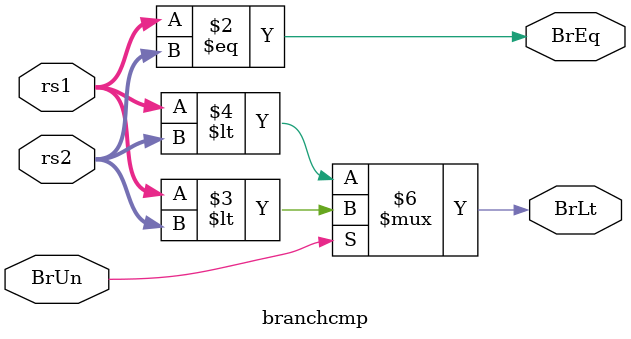
<source format=sv>
module branchcmp(
  input [31:0] rs1,
  input [31:0] rs2,
  input BrUn, // Flag to indicate unsigned comparison
  output reg BrEq,
  output reg BrLt
);

  always @(*) begin
    BrEq = (rs1 == rs2); // Equality check is the same for signed and unsigned
    if (BrUn) begin
      // Unsigned comparison
      BrLt = (rs1 < rs2);
    end else begin
      // Signed comparison
      BrLt = ($signed(rs1) < $signed(rs2));
    end
  end

endmodule

</source>
